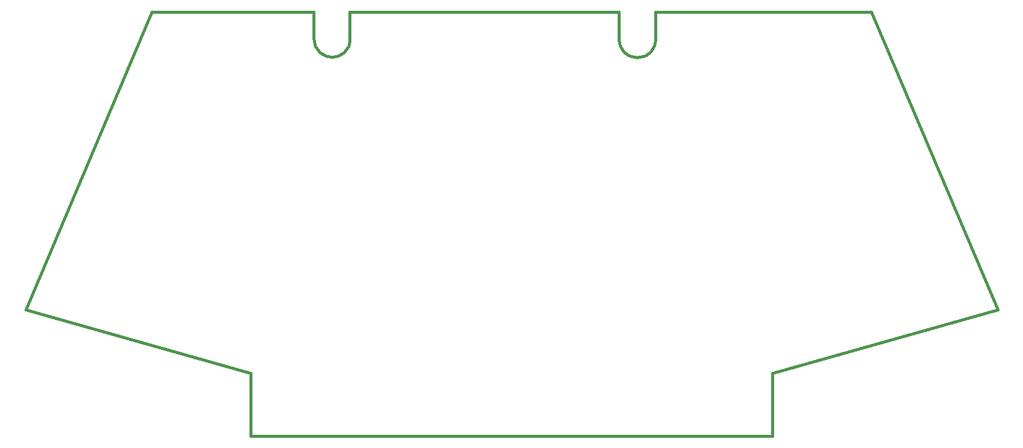
<source format=gbp>
G04 (created by PCBNEW-RS274X (20100406 SVN-R2508)-final) date 9/22/2010 8:11:36 PM*
G01*
G70*
G90*
%MOIN*%
G04 Gerber Fmt 3.4, Leading zero omitted, Abs format*
%FSLAX34Y34*%
G04 APERTURE LIST*
%ADD10C,0.006000*%
%ADD11C,0.015000*%
G04 APERTURE END LIST*
G54D10*
G54D11*
X47621Y-34111D02*
X62578Y-34111D01*
X64588Y-34111D02*
X65914Y-34111D01*
X65588Y-34110D02*
X67788Y-34110D01*
X36610Y-34110D02*
X45620Y-34110D01*
X45620Y-34110D02*
X45620Y-35610D01*
X45620Y-35610D02*
X45624Y-35697D01*
X45636Y-35783D01*
X45655Y-35868D01*
X45681Y-35952D01*
X45714Y-36032D01*
X45754Y-36109D01*
X45801Y-36183D01*
X45854Y-36252D01*
X45913Y-36317D01*
X45978Y-36376D01*
X46047Y-36429D01*
X46121Y-36476D01*
X46198Y-36516D01*
X46278Y-36549D01*
X46362Y-36575D01*
X46447Y-36594D01*
X46533Y-36606D01*
X46620Y-36610D01*
X46620Y-36610D02*
X46707Y-36606D01*
X46793Y-36594D01*
X46878Y-36575D01*
X46962Y-36549D01*
X47042Y-36516D01*
X47120Y-36476D01*
X47193Y-36429D01*
X47262Y-36376D01*
X47327Y-36317D01*
X47386Y-36252D01*
X47439Y-36183D01*
X47486Y-36109D01*
X47526Y-36032D01*
X47559Y-35952D01*
X47585Y-35868D01*
X47604Y-35783D01*
X47616Y-35697D01*
X47620Y-35610D01*
X47620Y-35610D02*
X47620Y-34110D01*
X62578Y-34110D02*
X62578Y-35610D01*
X62578Y-35630D02*
X62582Y-35717D01*
X62594Y-35803D01*
X62613Y-35888D01*
X62639Y-35972D01*
X62672Y-36052D01*
X62712Y-36129D01*
X62759Y-36203D01*
X62812Y-36272D01*
X62871Y-36337D01*
X62936Y-36396D01*
X63005Y-36449D01*
X63079Y-36496D01*
X63156Y-36536D01*
X63236Y-36569D01*
X63320Y-36595D01*
X63405Y-36614D01*
X63491Y-36626D01*
X63578Y-36630D01*
X63598Y-36630D02*
X63685Y-36626D01*
X63771Y-36614D01*
X63856Y-36595D01*
X63940Y-36569D01*
X64020Y-36536D01*
X64098Y-36496D01*
X64171Y-36449D01*
X64240Y-36396D01*
X64305Y-36337D01*
X64364Y-36272D01*
X64417Y-36203D01*
X64464Y-36129D01*
X64504Y-36052D01*
X64537Y-35972D01*
X64563Y-35888D01*
X64582Y-35803D01*
X64594Y-35717D01*
X64598Y-35630D01*
X64588Y-35629D02*
X64588Y-34129D01*
X67610Y-34110D02*
X76610Y-34110D01*
X76610Y-34110D02*
X83630Y-50690D01*
X83630Y-50690D02*
X71110Y-54210D01*
X71110Y-54210D02*
X71110Y-57710D01*
X71110Y-57710D02*
X42110Y-57710D01*
X42110Y-57710D02*
X42110Y-54210D01*
X42110Y-54210D02*
X29600Y-50690D01*
X29600Y-50690D02*
X36610Y-34110D01*
M02*

</source>
